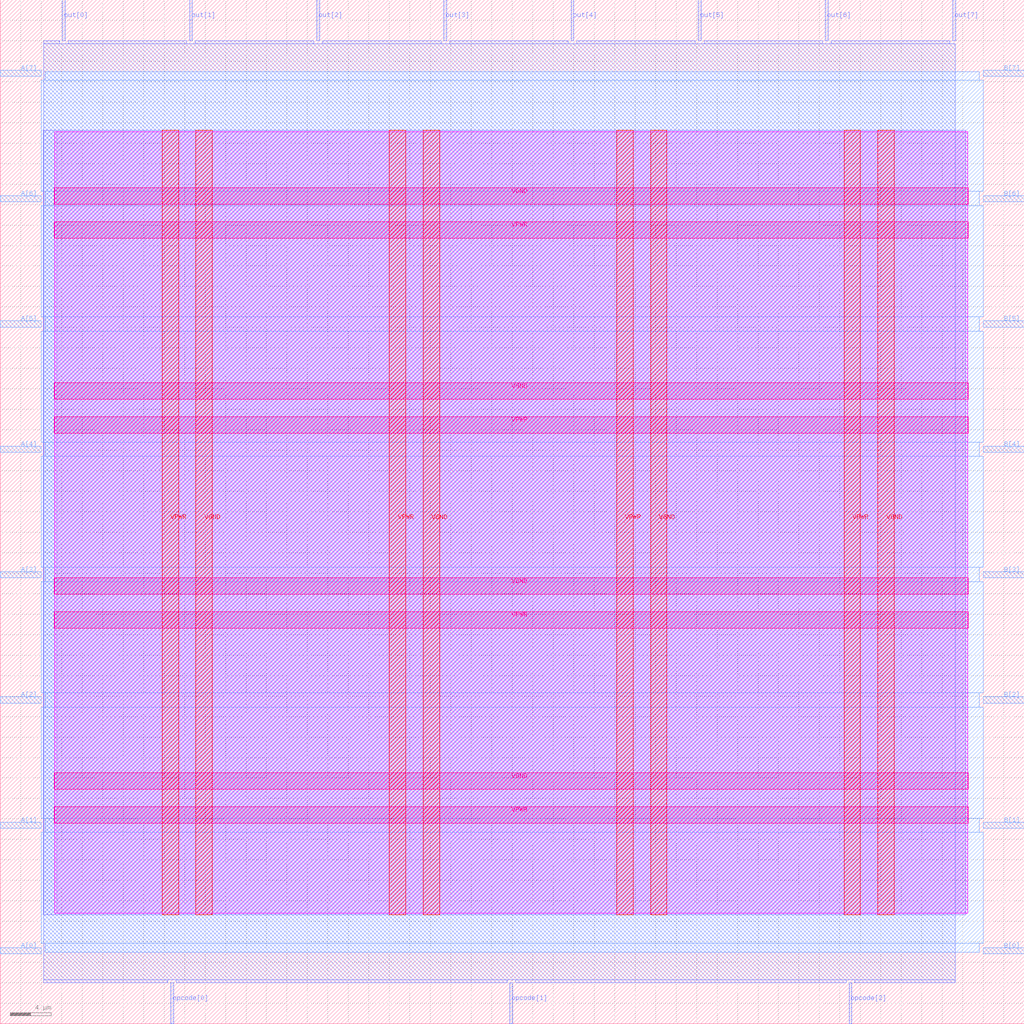
<source format=lef>
VERSION 5.7 ;
  NOWIREEXTENSIONATPIN ON ;
  DIVIDERCHAR "/" ;
  BUSBITCHARS "[]" ;
MACRO alu
  CLASS BLOCK ;
  FOREIGN alu ;
  ORIGIN 0.000 0.000 ;
  SIZE 100.000 BY 100.000 ;
  PIN A[0]
    DIRECTION INPUT ;
    USE SIGNAL ;
    ANTENNAGATEAREA 0.159000 ;
    PORT
      LAYER met3 ;
        RECT 0.000 6.840 4.000 7.440 ;
    END
  END A[0]
  PIN A[1]
    DIRECTION INPUT ;
    USE SIGNAL ;
    ANTENNAGATEAREA 0.196500 ;
    PORT
      LAYER met3 ;
        RECT 0.000 19.080 4.000 19.680 ;
    END
  END A[1]
  PIN A[2]
    DIRECTION INPUT ;
    USE SIGNAL ;
    ANTENNAGATEAREA 0.196500 ;
    PORT
      LAYER met3 ;
        RECT 0.000 31.320 4.000 31.920 ;
    END
  END A[2]
  PIN A[3]
    DIRECTION INPUT ;
    USE SIGNAL ;
    ANTENNAGATEAREA 0.196500 ;
    PORT
      LAYER met3 ;
        RECT 0.000 43.560 4.000 44.160 ;
    END
  END A[3]
  PIN A[4]
    DIRECTION INPUT ;
    USE SIGNAL ;
    ANTENNAGATEAREA 0.213000 ;
    PORT
      LAYER met3 ;
        RECT 0.000 55.800 4.000 56.400 ;
    END
  END A[4]
  PIN A[5]
    DIRECTION INPUT ;
    USE SIGNAL ;
    ANTENNAGATEAREA 0.213000 ;
    PORT
      LAYER met3 ;
        RECT 0.000 68.040 4.000 68.640 ;
    END
  END A[5]
  PIN A[6]
    DIRECTION INPUT ;
    USE SIGNAL ;
    ANTENNAGATEAREA 0.213000 ;
    PORT
      LAYER met3 ;
        RECT 0.000 80.280 4.000 80.880 ;
    END
  END A[6]
  PIN A[7]
    DIRECTION INPUT ;
    USE SIGNAL ;
    ANTENNAGATEAREA 0.196500 ;
    PORT
      LAYER met3 ;
        RECT 0.000 92.520 4.000 93.120 ;
    END
  END A[7]
  PIN B[0]
    DIRECTION INPUT ;
    USE SIGNAL ;
    ANTENNAGATEAREA 0.213000 ;
    PORT
      LAYER met3 ;
        RECT 96.000 6.840 100.000 7.440 ;
    END
  END B[0]
  PIN B[1]
    DIRECTION INPUT ;
    USE SIGNAL ;
    ANTENNAGATEAREA 0.213000 ;
    PORT
      LAYER met3 ;
        RECT 96.000 19.080 100.000 19.680 ;
    END
  END B[1]
  PIN B[2]
    DIRECTION INPUT ;
    USE SIGNAL ;
    ANTENNAGATEAREA 0.196500 ;
    PORT
      LAYER met3 ;
        RECT 96.000 31.320 100.000 31.920 ;
    END
  END B[2]
  PIN B[3]
    DIRECTION INPUT ;
    USE SIGNAL ;
    ANTENNAGATEAREA 0.196500 ;
    PORT
      LAYER met3 ;
        RECT 96.000 43.560 100.000 44.160 ;
    END
  END B[3]
  PIN B[4]
    DIRECTION INPUT ;
    USE SIGNAL ;
    ANTENNAGATEAREA 0.213000 ;
    PORT
      LAYER met3 ;
        RECT 96.000 55.800 100.000 56.400 ;
    END
  END B[4]
  PIN B[5]
    DIRECTION INPUT ;
    USE SIGNAL ;
    ANTENNAGATEAREA 0.213000 ;
    PORT
      LAYER met3 ;
        RECT 96.000 68.040 100.000 68.640 ;
    END
  END B[5]
  PIN B[6]
    DIRECTION INPUT ;
    USE SIGNAL ;
    ANTENNAGATEAREA 0.213000 ;
    PORT
      LAYER met3 ;
        RECT 96.000 80.280 100.000 80.880 ;
    END
  END B[6]
  PIN B[7]
    DIRECTION INPUT ;
    USE SIGNAL ;
    ANTENNAGATEAREA 0.196500 ;
    PORT
      LAYER met3 ;
        RECT 96.000 92.520 100.000 93.120 ;
    END
  END B[7]
  PIN VGND
    DIRECTION INOUT ;
    USE GROUND ;
    PORT
      LAYER met4 ;
        RECT 19.115 10.640 20.715 87.280 ;
    END
    PORT
      LAYER met4 ;
        RECT 41.310 10.640 42.910 87.280 ;
    END
    PORT
      LAYER met4 ;
        RECT 63.505 10.640 65.105 87.280 ;
    END
    PORT
      LAYER met4 ;
        RECT 85.700 10.640 87.300 87.280 ;
    END
    PORT
      LAYER met5 ;
        RECT 5.280 22.900 94.540 24.500 ;
    END
    PORT
      LAYER met5 ;
        RECT 5.280 41.940 94.540 43.540 ;
    END
    PORT
      LAYER met5 ;
        RECT 5.280 60.980 94.540 62.580 ;
    END
    PORT
      LAYER met5 ;
        RECT 5.280 80.020 94.540 81.620 ;
    END
  END VGND
  PIN VPWR
    DIRECTION INOUT ;
    USE POWER ;
    PORT
      LAYER met4 ;
        RECT 15.815 10.640 17.415 87.280 ;
    END
    PORT
      LAYER met4 ;
        RECT 38.010 10.640 39.610 87.280 ;
    END
    PORT
      LAYER met4 ;
        RECT 60.205 10.640 61.805 87.280 ;
    END
    PORT
      LAYER met4 ;
        RECT 82.400 10.640 84.000 87.280 ;
    END
    PORT
      LAYER met5 ;
        RECT 5.280 19.600 94.540 21.200 ;
    END
    PORT
      LAYER met5 ;
        RECT 5.280 38.640 94.540 40.240 ;
    END
    PORT
      LAYER met5 ;
        RECT 5.280 57.680 94.540 59.280 ;
    END
    PORT
      LAYER met5 ;
        RECT 5.280 76.720 94.540 78.320 ;
    END
  END VPWR
  PIN opcode[0]
    DIRECTION INPUT ;
    USE SIGNAL ;
    ANTENNAGATEAREA 0.495000 ;
    PORT
      LAYER met2 ;
        RECT 16.650 0.000 16.930 4.000 ;
    END
  END opcode[0]
  PIN opcode[1]
    DIRECTION INPUT ;
    USE SIGNAL ;
    ANTENNAGATEAREA 0.495000 ;
    PORT
      LAYER met2 ;
        RECT 49.770 0.000 50.050 4.000 ;
    END
  END opcode[1]
  PIN opcode[2]
    DIRECTION INPUT ;
    USE SIGNAL ;
    ANTENNAGATEAREA 0.495000 ;
    PORT
      LAYER met2 ;
        RECT 82.890 0.000 83.170 4.000 ;
    END
  END opcode[2]
  PIN out[0]
    DIRECTION OUTPUT ;
    USE SIGNAL ;
    ANTENNADIFFAREA 0.795200 ;
    PORT
      LAYER met2 ;
        RECT 6.070 96.000 6.350 100.000 ;
    END
  END out[0]
  PIN out[1]
    DIRECTION OUTPUT ;
    USE SIGNAL ;
    ANTENNADIFFAREA 0.795200 ;
    PORT
      LAYER met2 ;
        RECT 18.490 96.000 18.770 100.000 ;
    END
  END out[1]
  PIN out[2]
    DIRECTION OUTPUT ;
    USE SIGNAL ;
    ANTENNADIFFAREA 0.795200 ;
    PORT
      LAYER met2 ;
        RECT 30.910 96.000 31.190 100.000 ;
    END
  END out[2]
  PIN out[3]
    DIRECTION OUTPUT ;
    USE SIGNAL ;
    ANTENNADIFFAREA 0.795200 ;
    PORT
      LAYER met2 ;
        RECT 43.330 96.000 43.610 100.000 ;
    END
  END out[3]
  PIN out[4]
    DIRECTION OUTPUT ;
    USE SIGNAL ;
    ANTENNADIFFAREA 0.795200 ;
    PORT
      LAYER met2 ;
        RECT 55.750 96.000 56.030 100.000 ;
    END
  END out[4]
  PIN out[5]
    DIRECTION OUTPUT ;
    USE SIGNAL ;
    ANTENNADIFFAREA 0.795200 ;
    PORT
      LAYER met2 ;
        RECT 68.170 96.000 68.450 100.000 ;
    END
  END out[5]
  PIN out[6]
    DIRECTION OUTPUT ;
    USE SIGNAL ;
    ANTENNADIFFAREA 1.782000 ;
    PORT
      LAYER met2 ;
        RECT 80.590 96.000 80.870 100.000 ;
    END
  END out[6]
  PIN out[7]
    DIRECTION OUTPUT ;
    USE SIGNAL ;
    ANTENNADIFFAREA 0.795200 ;
    PORT
      LAYER met2 ;
        RECT 93.010 96.000 93.290 100.000 ;
    END
  END out[7]
  OBS
      LAYER nwell ;
        RECT 5.330 10.795 94.490 87.125 ;
      LAYER li1 ;
        RECT 5.520 10.795 94.300 87.125 ;
      LAYER met1 ;
        RECT 4.210 10.640 94.300 87.280 ;
      LAYER met2 ;
        RECT 4.230 95.720 5.790 96.000 ;
        RECT 6.630 95.720 18.210 96.000 ;
        RECT 19.050 95.720 30.630 96.000 ;
        RECT 31.470 95.720 43.050 96.000 ;
        RECT 43.890 95.720 55.470 96.000 ;
        RECT 56.310 95.720 67.890 96.000 ;
        RECT 68.730 95.720 80.310 96.000 ;
        RECT 81.150 95.720 92.730 96.000 ;
        RECT 4.230 4.280 93.280 95.720 ;
        RECT 4.230 4.000 16.370 4.280 ;
        RECT 17.210 4.000 49.490 4.280 ;
        RECT 50.330 4.000 82.610 4.280 ;
        RECT 83.450 4.000 93.280 4.280 ;
      LAYER met3 ;
        RECT 4.400 92.120 95.600 92.985 ;
        RECT 3.990 81.280 96.000 92.120 ;
        RECT 4.400 79.880 95.600 81.280 ;
        RECT 3.990 69.040 96.000 79.880 ;
        RECT 4.400 67.640 95.600 69.040 ;
        RECT 3.990 56.800 96.000 67.640 ;
        RECT 4.400 55.400 95.600 56.800 ;
        RECT 3.990 44.560 96.000 55.400 ;
        RECT 4.400 43.160 95.600 44.560 ;
        RECT 3.990 32.320 96.000 43.160 ;
        RECT 4.400 30.920 95.600 32.320 ;
        RECT 3.990 20.080 96.000 30.920 ;
        RECT 4.400 18.680 95.600 20.080 ;
        RECT 3.990 7.840 96.000 18.680 ;
        RECT 4.400 6.975 95.600 7.840 ;
  END
END alu
END LIBRARY


</source>
